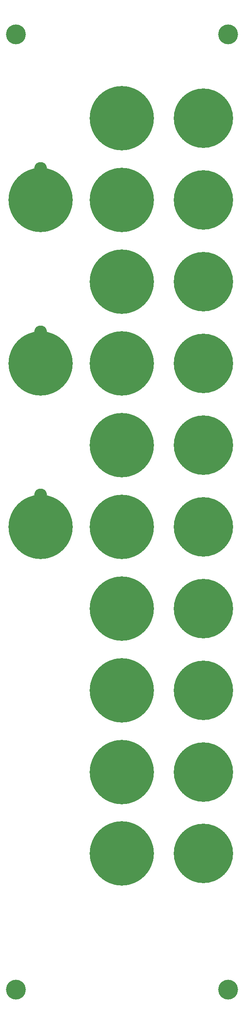
<source format=gbs>
G04 #@! TF.GenerationSoftware,KiCad,Pcbnew,8.0.3*
G04 #@! TF.CreationDate,2024-06-29T00:18:08+02:00*
G04 #@! TF.ProjectId,DMH_Adapter_Mult_PANEL,444d485f-4164-4617-9074-65725f4d756c,1*
G04 #@! TF.SameCoordinates,Original*
G04 #@! TF.FileFunction,Soldermask,Bot*
G04 #@! TF.FilePolarity,Negative*
%FSLAX46Y46*%
G04 Gerber Fmt 4.6, Leading zero omitted, Abs format (unit mm)*
G04 Created by KiCad (PCBNEW 8.0.3) date 2024-06-29 00:18:08*
%MOMM*%
%LPD*%
G01*
G04 APERTURE LIST*
%ADD10C,0.500000*%
%ADD11C,12.000000*%
%ADD12C,4.000000*%
%ADD13C,13.000000*%
%ADD14C,2.600000*%
G04 APERTURE END LIST*
D10*
X113800000Y-201000000D03*
X115460000Y-196970000D03*
X115470000Y-205040000D03*
X119500000Y-195300000D03*
D11*
X119500000Y-201000000D03*
D10*
X119500000Y-206700000D03*
X123530000Y-205040000D03*
X123540000Y-196970000D03*
X125200000Y-201000000D03*
D12*
X81500000Y-245000000D03*
D10*
X97300000Y-69000000D03*
X98960000Y-64970000D03*
X98970000Y-73040000D03*
X103000000Y-63300000D03*
D13*
X103000000Y-69000000D03*
D10*
X103000000Y-74700000D03*
X107030000Y-73040000D03*
X107040000Y-64970000D03*
X108700000Y-69000000D03*
X97300000Y-118500000D03*
X98960000Y-114470000D03*
X98970000Y-122540000D03*
X103000000Y-112800000D03*
D13*
X103000000Y-118500000D03*
D10*
X103000000Y-124200000D03*
X107030000Y-122540000D03*
X107040000Y-114470000D03*
X108700000Y-118500000D03*
D12*
X124500000Y-52000000D03*
D10*
X97300000Y-151500000D03*
X98960000Y-147470000D03*
X98970000Y-155540000D03*
X103000000Y-145800000D03*
D13*
X103000000Y-151500000D03*
D10*
X103000000Y-157200000D03*
X107030000Y-155540000D03*
X107040000Y-147470000D03*
X108700000Y-151500000D03*
X97300000Y-184500000D03*
X98960000Y-180470000D03*
X98970000Y-188540000D03*
X103000000Y-178800000D03*
D13*
X103000000Y-184500000D03*
D10*
X103000000Y-190200000D03*
X107030000Y-188540000D03*
X107040000Y-180470000D03*
X108700000Y-184500000D03*
X113800000Y-135000000D03*
X115460000Y-130970000D03*
X115470000Y-139040000D03*
X119500000Y-129300000D03*
D11*
X119500000Y-135000000D03*
D10*
X119500000Y-140700000D03*
X123530000Y-139040000D03*
X123540000Y-130970000D03*
X125200000Y-135000000D03*
X113800000Y-69000000D03*
X115460000Y-64970000D03*
X115470000Y-73040000D03*
X119500000Y-63300000D03*
D11*
X119500000Y-69000000D03*
D10*
X119500000Y-74700000D03*
X123530000Y-73040000D03*
X123540000Y-64970000D03*
X125200000Y-69000000D03*
X113800000Y-85500000D03*
X115460000Y-81470000D03*
X115470000Y-89540000D03*
X119500000Y-79800000D03*
D11*
X119500000Y-85500000D03*
D10*
X119500000Y-91200000D03*
X123530000Y-89540000D03*
X123540000Y-81470000D03*
X125200000Y-85500000D03*
X113800000Y-102000000D03*
X115460000Y-97970000D03*
X115470000Y-106040000D03*
X119500000Y-96300000D03*
D11*
X119500000Y-102000000D03*
D10*
X119500000Y-107700000D03*
X123530000Y-106040000D03*
X123540000Y-97970000D03*
X125200000Y-102000000D03*
X113800000Y-184500000D03*
X115460000Y-180470000D03*
X115470000Y-188540000D03*
X119500000Y-178800000D03*
D11*
X119500000Y-184500000D03*
D10*
X119500000Y-190200000D03*
X123530000Y-188540000D03*
X123540000Y-180470000D03*
X125200000Y-184500000D03*
X97300000Y-135000000D03*
X98960000Y-130970000D03*
X98970000Y-139040000D03*
X103000000Y-129300000D03*
D13*
X103000000Y-135000000D03*
D10*
X103000000Y-140700000D03*
X107030000Y-139040000D03*
X107040000Y-130970000D03*
X108700000Y-135000000D03*
D14*
X86500000Y-112100000D03*
D13*
X86500000Y-118500000D03*
D10*
X113800000Y-168000000D03*
X115460000Y-163970000D03*
X115470000Y-172040000D03*
X119500000Y-162300000D03*
D11*
X119500000Y-168000000D03*
D10*
X119500000Y-173700000D03*
X123530000Y-172040000D03*
X123540000Y-163970000D03*
X125200000Y-168000000D03*
X113800000Y-217500000D03*
X115460000Y-213470000D03*
X115470000Y-221540000D03*
X119500000Y-211800000D03*
D11*
X119500000Y-217500000D03*
D10*
X119500000Y-223200000D03*
X123530000Y-221540000D03*
X123540000Y-213470000D03*
X125200000Y-217500000D03*
X97300000Y-217500000D03*
X98960000Y-213470000D03*
X98970000Y-221540000D03*
X103000000Y-211800000D03*
D13*
X103000000Y-217500000D03*
D10*
X103000000Y-223200000D03*
X107030000Y-221540000D03*
X107040000Y-213470000D03*
X108700000Y-217500000D03*
X97300000Y-201000000D03*
X98960000Y-196970000D03*
X98970000Y-205040000D03*
X103000000Y-195300000D03*
D13*
X103000000Y-201000000D03*
D10*
X103000000Y-206700000D03*
X107030000Y-205040000D03*
X107040000Y-196970000D03*
X108700000Y-201000000D03*
X113800000Y-118500000D03*
X115460000Y-114470000D03*
X115470000Y-122540000D03*
X119500000Y-112800000D03*
D11*
X119500000Y-118500000D03*
D10*
X119500000Y-124200000D03*
X123530000Y-122540000D03*
X123540000Y-114470000D03*
X125200000Y-118500000D03*
X113800000Y-151500000D03*
X115460000Y-147470000D03*
X115470000Y-155540000D03*
X119500000Y-145800000D03*
D11*
X119500000Y-151500000D03*
D10*
X119500000Y-157200000D03*
X123530000Y-155540000D03*
X123540000Y-147470000D03*
X125200000Y-151500000D03*
X97300000Y-168000000D03*
X98960000Y-163970000D03*
X98970000Y-172040000D03*
X103000000Y-162300000D03*
D13*
X103000000Y-168000000D03*
D10*
X103000000Y-173700000D03*
X107030000Y-172040000D03*
X107040000Y-163970000D03*
X108700000Y-168000000D03*
D12*
X81500000Y-52000000D03*
D14*
X86500000Y-79100000D03*
D13*
X86500000Y-85500000D03*
D12*
X124500000Y-245000000D03*
D10*
X97300000Y-85500000D03*
X98960000Y-81470000D03*
X98970000Y-89540000D03*
X103000000Y-79800000D03*
D13*
X103000000Y-85500000D03*
D10*
X103000000Y-91200000D03*
X107030000Y-89540000D03*
X107040000Y-81470000D03*
X108700000Y-85500000D03*
X97300000Y-102000000D03*
X98960000Y-97970000D03*
X98970000Y-106040000D03*
X103000000Y-96300000D03*
D13*
X103000000Y-102000000D03*
D10*
X103000000Y-107700000D03*
X107030000Y-106040000D03*
X107040000Y-97970000D03*
X108700000Y-102000000D03*
D14*
X86500000Y-145100000D03*
D13*
X86500000Y-151500000D03*
M02*

</source>
